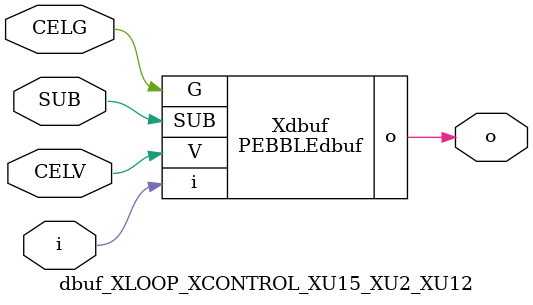
<source format=v>



module PEBBLEdbuf ( o, G, SUB, V, i );

  input V;
  input i;
  input G;
  output o;
  input SUB;
endmodule

//Celera Confidential Do Not Copy dbuf_XLOOP_XCONTROL_XU15_XU2_XU12
//Celera Confidential Symbol Generator
//Digital Buffer
module dbuf_XLOOP_XCONTROL_XU15_XU2_XU12 (CELV,CELG,i,o,SUB);
input CELV;
input CELG;
input i;
input SUB;
output o;

//Celera Confidential Do Not Copy dbuf
PEBBLEdbuf Xdbuf(
.V (CELV),
.i (i),
.o (o),
.SUB (SUB),
.G (CELG)
);
//,diesize,PEBBLEdbuf

//Celera Confidential Do Not Copy Module End
//Celera Schematic Generator
endmodule

</source>
